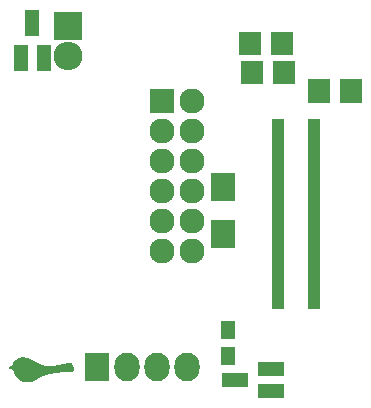
<source format=gts>
G04 #@! TF.FileFunction,Soldermask,Top*
%FSLAX46Y46*%
G04 Gerber Fmt 4.6, Leading zero omitted, Abs format (unit mm)*
G04 Created by KiCad (PCBNEW 4.0.1-stable) date Sunday, February 28, 2016 'AMt' 11:22:30 AM*
%MOMM*%
G01*
G04 APERTURE LIST*
%ADD10C,0.100000*%
%ADD11C,0.010000*%
%ADD12R,1.901140X0.798780*%
%ADD13R,2.127200X2.127200*%
%ADD14O,2.127200X2.127200*%
%ADD15R,2.000000X2.400000*%
%ADD16R,2.432000X2.432000*%
%ADD17O,2.432000X2.432000*%
%ADD18R,2.200860X1.200100*%
%ADD19R,1.200100X2.200860*%
%ADD20R,1.300000X1.600000*%
%ADD21R,2.127200X2.432000*%
%ADD22O,2.127200X2.432000*%
%ADD23R,1.100000X0.600000*%
G04 APERTURE END LIST*
D10*
D11*
G36*
X136594564Y-120162271D02*
X136620508Y-120163488D01*
X136645124Y-120165595D01*
X136669568Y-120168681D01*
X136694999Y-120172837D01*
X136712168Y-120176069D01*
X136737517Y-120181313D01*
X136761699Y-120186924D01*
X136785431Y-120193132D01*
X136809429Y-120200164D01*
X136834412Y-120208250D01*
X136861095Y-120217618D01*
X136890196Y-120228498D01*
X136922433Y-120241118D01*
X136946820Y-120250936D01*
X136979200Y-120264238D01*
X137012073Y-120278047D01*
X137045715Y-120292494D01*
X137080404Y-120307708D01*
X137116417Y-120323820D01*
X137154031Y-120340959D01*
X137193524Y-120359255D01*
X137235172Y-120378839D01*
X137279253Y-120399840D01*
X137326044Y-120422389D01*
X137375822Y-120446615D01*
X137428864Y-120472648D01*
X137485448Y-120500619D01*
X137545850Y-120530657D01*
X137585459Y-120550436D01*
X137641490Y-120578404D01*
X137693559Y-120604279D01*
X137741988Y-120628209D01*
X137787102Y-120650343D01*
X137829224Y-120670830D01*
X137868679Y-120689819D01*
X137905790Y-120707457D01*
X137940881Y-120723895D01*
X137974276Y-120739280D01*
X138006299Y-120753762D01*
X138037273Y-120767489D01*
X138067524Y-120780610D01*
X138097374Y-120793274D01*
X138127148Y-120805629D01*
X138157169Y-120817825D01*
X138187761Y-120830009D01*
X138219249Y-120842331D01*
X138231029Y-120846892D01*
X138247479Y-120853261D01*
X138262757Y-120859205D01*
X138276184Y-120864460D01*
X138287085Y-120868759D01*
X138294780Y-120871837D01*
X138298479Y-120873374D01*
X138305453Y-120876501D01*
X138287374Y-120898146D01*
X138258873Y-120929827D01*
X138226092Y-120961893D01*
X138189528Y-120993967D01*
X138149680Y-121025672D01*
X138107044Y-121056630D01*
X138062117Y-121086464D01*
X138015398Y-121114796D01*
X137967384Y-121141249D01*
X137966143Y-121141898D01*
X137903462Y-121172677D01*
X137836875Y-121201709D01*
X137767059Y-121228797D01*
X137694691Y-121253741D01*
X137620448Y-121276345D01*
X137545008Y-121296410D01*
X137469046Y-121313739D01*
X137393242Y-121328134D01*
X137318271Y-121339396D01*
X137271876Y-121344783D01*
X137258122Y-121345864D01*
X137240842Y-121346713D01*
X137220936Y-121347329D01*
X137199304Y-121347713D01*
X137176847Y-121347865D01*
X137154465Y-121347784D01*
X137133058Y-121347470D01*
X137113527Y-121346924D01*
X137096772Y-121346145D01*
X137083693Y-121345133D01*
X137080771Y-121344803D01*
X137032644Y-121337101D01*
X136988278Y-121326442D01*
X136947693Y-121312833D01*
X136910913Y-121296281D01*
X136877956Y-121276793D01*
X136865357Y-121267808D01*
X136837485Y-121244111D01*
X136813707Y-121217997D01*
X136793783Y-121189136D01*
X136777472Y-121157199D01*
X136769275Y-121136296D01*
X136762956Y-121116987D01*
X136758438Y-121099431D01*
X136755478Y-121082095D01*
X136753830Y-121063448D01*
X136753252Y-121041961D01*
X136753248Y-121035593D01*
X136753385Y-120996576D01*
X136737590Y-120994957D01*
X136721795Y-120993339D01*
X136704736Y-121004946D01*
X136687676Y-121016553D01*
X136686971Y-121039534D01*
X136688042Y-121071744D01*
X136692967Y-121105431D01*
X136701445Y-121139588D01*
X136713179Y-121173208D01*
X136727870Y-121205285D01*
X136744657Y-121233962D01*
X136769193Y-121266774D01*
X136797306Y-121296339D01*
X136828984Y-121322649D01*
X136864212Y-121345697D01*
X136902975Y-121365476D01*
X136945260Y-121381978D01*
X136991051Y-121395197D01*
X137040335Y-121405126D01*
X137093098Y-121411756D01*
X137099165Y-121412288D01*
X137118351Y-121413440D01*
X137141266Y-121414063D01*
X137166833Y-121414181D01*
X137193974Y-121413821D01*
X137221613Y-121413010D01*
X137248672Y-121411773D01*
X137274074Y-121410135D01*
X137296742Y-121408124D01*
X137303696Y-121407353D01*
X137380758Y-121396672D01*
X137458900Y-121382752D01*
X137537359Y-121365807D01*
X137615372Y-121346049D01*
X137692179Y-121323691D01*
X137767018Y-121298945D01*
X137839126Y-121272024D01*
X137907742Y-121243141D01*
X137932519Y-121231800D01*
X137992409Y-121202174D01*
X138049890Y-121170605D01*
X138104644Y-121137323D01*
X138156355Y-121102560D01*
X138204708Y-121066548D01*
X138249385Y-121029519D01*
X138290071Y-120991703D01*
X138326449Y-120953332D01*
X138348167Y-120927539D01*
X138358329Y-120915158D01*
X138365981Y-120906607D01*
X138371308Y-120901697D01*
X138374493Y-120900240D01*
X138374730Y-120900285D01*
X138384725Y-120902780D01*
X138398746Y-120905610D01*
X138416003Y-120908661D01*
X138435705Y-120911818D01*
X138457062Y-120914969D01*
X138479283Y-120917997D01*
X138501576Y-120920789D01*
X138523152Y-120923231D01*
X138543220Y-120925208D01*
X138552762Y-120926012D01*
X138573511Y-120927203D01*
X138596492Y-120927670D01*
X138622009Y-120927395D01*
X138650366Y-120926358D01*
X138681869Y-120924543D01*
X138716823Y-120921929D01*
X138755531Y-120918500D01*
X138798300Y-120914236D01*
X138845433Y-120909119D01*
X138859981Y-120907471D01*
X138927135Y-120899370D01*
X138998732Y-120889916D01*
X139074583Y-120879144D01*
X139154497Y-120867088D01*
X139238283Y-120853784D01*
X139325750Y-120839265D01*
X139416708Y-120823566D01*
X139510966Y-120806722D01*
X139608333Y-120788769D01*
X139708619Y-120769740D01*
X139811632Y-120749670D01*
X139917183Y-120728594D01*
X140025080Y-120706547D01*
X140135133Y-120683564D01*
X140247152Y-120659679D01*
X140360945Y-120634926D01*
X140380352Y-120630657D01*
X140401975Y-120625927D01*
X140422593Y-120621482D01*
X140441624Y-120617445D01*
X140458484Y-120613935D01*
X140472589Y-120611074D01*
X140483356Y-120608982D01*
X140490202Y-120607780D01*
X140491629Y-120607585D01*
X140510403Y-120607642D01*
X140530267Y-120611479D01*
X140549974Y-120618639D01*
X140568279Y-120628666D01*
X140583935Y-120641103D01*
X140584424Y-120641581D01*
X140591801Y-120650057D01*
X140600869Y-120662486D01*
X140611370Y-120678394D01*
X140623044Y-120697306D01*
X140635631Y-120718748D01*
X140648871Y-120742247D01*
X140662504Y-120767328D01*
X140676272Y-120793518D01*
X140689913Y-120820341D01*
X140703169Y-120847324D01*
X140715780Y-120873993D01*
X140727485Y-120899874D01*
X140733472Y-120913666D01*
X140752315Y-120960939D01*
X140767317Y-121005460D01*
X140778473Y-121047204D01*
X140785779Y-121086151D01*
X140789234Y-121122277D01*
X140788833Y-121155560D01*
X140784574Y-121185977D01*
X140776922Y-121212272D01*
X140770352Y-121226166D01*
X140761051Y-121241192D01*
X140750218Y-121255659D01*
X140739050Y-121267874D01*
X140734947Y-121271590D01*
X140724394Y-121279757D01*
X140712999Y-121286968D01*
X140700387Y-121293298D01*
X140686185Y-121298822D01*
X140670021Y-121303616D01*
X140651521Y-121307756D01*
X140630313Y-121311316D01*
X140606022Y-121314373D01*
X140578277Y-121317002D01*
X140546703Y-121319278D01*
X140510928Y-121321277D01*
X140483162Y-121322554D01*
X140469605Y-121323088D01*
X140451894Y-121323715D01*
X140430714Y-121324415D01*
X140406747Y-121325168D01*
X140380677Y-121325951D01*
X140353188Y-121326745D01*
X140324962Y-121327528D01*
X140296684Y-121328281D01*
X140282381Y-121328648D01*
X140209719Y-121330565D01*
X140141484Y-121332528D01*
X140077266Y-121334558D01*
X140016652Y-121336674D01*
X139959233Y-121338897D01*
X139904597Y-121341247D01*
X139852333Y-121343745D01*
X139802031Y-121346410D01*
X139753279Y-121349262D01*
X139705667Y-121352322D01*
X139658783Y-121355611D01*
X139612217Y-121359147D01*
X139565557Y-121362952D01*
X139540943Y-121365059D01*
X139436434Y-121374875D01*
X139335971Y-121385858D01*
X139238873Y-121398149D01*
X139144460Y-121411888D01*
X139052053Y-121427215D01*
X138960972Y-121444270D01*
X138870536Y-121463195D01*
X138780066Y-121484128D01*
X138688882Y-121507210D01*
X138596303Y-121532582D01*
X138501651Y-121560384D01*
X138404245Y-121590757D01*
X138330210Y-121614897D01*
X138291363Y-121627856D01*
X138255412Y-121640038D01*
X138221965Y-121651626D01*
X138190630Y-121662802D01*
X138161014Y-121673748D01*
X138132726Y-121684647D01*
X138105374Y-121695682D01*
X138078565Y-121707035D01*
X138051908Y-121718888D01*
X138025011Y-121731425D01*
X137997481Y-121744827D01*
X137968927Y-121759277D01*
X137938956Y-121774959D01*
X137907176Y-121792053D01*
X137873196Y-121810743D01*
X137836624Y-121831212D01*
X137797066Y-121853641D01*
X137754132Y-121878213D01*
X137709724Y-121903788D01*
X137675306Y-121923624D01*
X137644607Y-121941252D01*
X137617175Y-121956919D01*
X137592562Y-121970873D01*
X137570318Y-121983363D01*
X137549993Y-121994636D01*
X137531136Y-122004941D01*
X137513299Y-122014525D01*
X137496031Y-122023636D01*
X137478882Y-122032523D01*
X137461404Y-122041433D01*
X137446048Y-122049162D01*
X137401259Y-122071051D01*
X137359576Y-122090225D01*
X137320282Y-122106930D01*
X137282658Y-122121415D01*
X137245986Y-122133927D01*
X137209550Y-122144716D01*
X137172629Y-122154028D01*
X137134508Y-122162111D01*
X137101955Y-122167979D01*
X137061308Y-122174412D01*
X137023878Y-122179468D01*
X136988278Y-122183258D01*
X136953120Y-122185896D01*
X136917020Y-122187492D01*
X136878589Y-122188158D01*
X136852171Y-122188149D01*
X136833939Y-122188012D01*
X136816766Y-122187835D01*
X136801402Y-122187630D01*
X136788598Y-122187407D01*
X136779102Y-122187178D01*
X136773667Y-122186955D01*
X136773552Y-122186947D01*
X136711121Y-122180765D01*
X136649537Y-122171409D01*
X136589390Y-122159029D01*
X136531264Y-122143776D01*
X136475747Y-122125800D01*
X136423426Y-122105253D01*
X136383886Y-122086875D01*
X136325028Y-122054716D01*
X136267684Y-122018002D01*
X136211906Y-121976788D01*
X136157747Y-121931130D01*
X136105259Y-121881086D01*
X136054494Y-121826710D01*
X136005504Y-121768060D01*
X135958342Y-121705192D01*
X135913060Y-121638161D01*
X135869710Y-121567024D01*
X135828344Y-121491837D01*
X135825377Y-121486140D01*
X135800001Y-121434703D01*
X135776334Y-121381393D01*
X135754132Y-121325569D01*
X135733147Y-121266594D01*
X135713134Y-121203827D01*
X135701818Y-121165234D01*
X135696630Y-121147002D01*
X135528124Y-121079030D01*
X135501054Y-121068076D01*
X135475329Y-121057600D01*
X135451297Y-121047746D01*
X135429304Y-121038662D01*
X135409699Y-121030491D01*
X135392827Y-121023380D01*
X135379038Y-121017474D01*
X135368676Y-121012918D01*
X135362091Y-121009859D01*
X135359628Y-121008441D01*
X135359619Y-121008409D01*
X135361385Y-121006437D01*
X135366507Y-121001490D01*
X135374724Y-120993808D01*
X135385775Y-120983629D01*
X135399396Y-120971189D01*
X135415327Y-120956728D01*
X135433305Y-120940482D01*
X135453069Y-120922690D01*
X135474357Y-120903590D01*
X135496906Y-120883419D01*
X135514438Y-120867777D01*
X135669257Y-120729794D01*
X135679116Y-120702558D01*
X135698546Y-120654507D01*
X135721344Y-120608631D01*
X135747790Y-120564513D01*
X135778162Y-120521736D01*
X135812739Y-120479883D01*
X135851801Y-120438536D01*
X135863039Y-120427515D01*
X135909198Y-120386250D01*
X135958975Y-120348069D01*
X136012189Y-120313064D01*
X136068659Y-120281324D01*
X136128203Y-120252941D01*
X136190639Y-120228004D01*
X136255785Y-120206605D01*
X136323460Y-120188835D01*
X136355057Y-120181972D01*
X136385501Y-120176050D01*
X136412739Y-120171407D01*
X136438186Y-120167888D01*
X136463256Y-120165335D01*
X136489364Y-120163592D01*
X136517925Y-120162501D01*
X136534067Y-120162143D01*
X136566136Y-120161853D01*
X136594564Y-120162271D01*
X136594564Y-120162271D01*
G37*
X136594564Y-120162271D02*
X136620508Y-120163488D01*
X136645124Y-120165595D01*
X136669568Y-120168681D01*
X136694999Y-120172837D01*
X136712168Y-120176069D01*
X136737517Y-120181313D01*
X136761699Y-120186924D01*
X136785431Y-120193132D01*
X136809429Y-120200164D01*
X136834412Y-120208250D01*
X136861095Y-120217618D01*
X136890196Y-120228498D01*
X136922433Y-120241118D01*
X136946820Y-120250936D01*
X136979200Y-120264238D01*
X137012073Y-120278047D01*
X137045715Y-120292494D01*
X137080404Y-120307708D01*
X137116417Y-120323820D01*
X137154031Y-120340959D01*
X137193524Y-120359255D01*
X137235172Y-120378839D01*
X137279253Y-120399840D01*
X137326044Y-120422389D01*
X137375822Y-120446615D01*
X137428864Y-120472648D01*
X137485448Y-120500619D01*
X137545850Y-120530657D01*
X137585459Y-120550436D01*
X137641490Y-120578404D01*
X137693559Y-120604279D01*
X137741988Y-120628209D01*
X137787102Y-120650343D01*
X137829224Y-120670830D01*
X137868679Y-120689819D01*
X137905790Y-120707457D01*
X137940881Y-120723895D01*
X137974276Y-120739280D01*
X138006299Y-120753762D01*
X138037273Y-120767489D01*
X138067524Y-120780610D01*
X138097374Y-120793274D01*
X138127148Y-120805629D01*
X138157169Y-120817825D01*
X138187761Y-120830009D01*
X138219249Y-120842331D01*
X138231029Y-120846892D01*
X138247479Y-120853261D01*
X138262757Y-120859205D01*
X138276184Y-120864460D01*
X138287085Y-120868759D01*
X138294780Y-120871837D01*
X138298479Y-120873374D01*
X138305453Y-120876501D01*
X138287374Y-120898146D01*
X138258873Y-120929827D01*
X138226092Y-120961893D01*
X138189528Y-120993967D01*
X138149680Y-121025672D01*
X138107044Y-121056630D01*
X138062117Y-121086464D01*
X138015398Y-121114796D01*
X137967384Y-121141249D01*
X137966143Y-121141898D01*
X137903462Y-121172677D01*
X137836875Y-121201709D01*
X137767059Y-121228797D01*
X137694691Y-121253741D01*
X137620448Y-121276345D01*
X137545008Y-121296410D01*
X137469046Y-121313739D01*
X137393242Y-121328134D01*
X137318271Y-121339396D01*
X137271876Y-121344783D01*
X137258122Y-121345864D01*
X137240842Y-121346713D01*
X137220936Y-121347329D01*
X137199304Y-121347713D01*
X137176847Y-121347865D01*
X137154465Y-121347784D01*
X137133058Y-121347470D01*
X137113527Y-121346924D01*
X137096772Y-121346145D01*
X137083693Y-121345133D01*
X137080771Y-121344803D01*
X137032644Y-121337101D01*
X136988278Y-121326442D01*
X136947693Y-121312833D01*
X136910913Y-121296281D01*
X136877956Y-121276793D01*
X136865357Y-121267808D01*
X136837485Y-121244111D01*
X136813707Y-121217997D01*
X136793783Y-121189136D01*
X136777472Y-121157199D01*
X136769275Y-121136296D01*
X136762956Y-121116987D01*
X136758438Y-121099431D01*
X136755478Y-121082095D01*
X136753830Y-121063448D01*
X136753252Y-121041961D01*
X136753248Y-121035593D01*
X136753385Y-120996576D01*
X136737590Y-120994957D01*
X136721795Y-120993339D01*
X136704736Y-121004946D01*
X136687676Y-121016553D01*
X136686971Y-121039534D01*
X136688042Y-121071744D01*
X136692967Y-121105431D01*
X136701445Y-121139588D01*
X136713179Y-121173208D01*
X136727870Y-121205285D01*
X136744657Y-121233962D01*
X136769193Y-121266774D01*
X136797306Y-121296339D01*
X136828984Y-121322649D01*
X136864212Y-121345697D01*
X136902975Y-121365476D01*
X136945260Y-121381978D01*
X136991051Y-121395197D01*
X137040335Y-121405126D01*
X137093098Y-121411756D01*
X137099165Y-121412288D01*
X137118351Y-121413440D01*
X137141266Y-121414063D01*
X137166833Y-121414181D01*
X137193974Y-121413821D01*
X137221613Y-121413010D01*
X137248672Y-121411773D01*
X137274074Y-121410135D01*
X137296742Y-121408124D01*
X137303696Y-121407353D01*
X137380758Y-121396672D01*
X137458900Y-121382752D01*
X137537359Y-121365807D01*
X137615372Y-121346049D01*
X137692179Y-121323691D01*
X137767018Y-121298945D01*
X137839126Y-121272024D01*
X137907742Y-121243141D01*
X137932519Y-121231800D01*
X137992409Y-121202174D01*
X138049890Y-121170605D01*
X138104644Y-121137323D01*
X138156355Y-121102560D01*
X138204708Y-121066548D01*
X138249385Y-121029519D01*
X138290071Y-120991703D01*
X138326449Y-120953332D01*
X138348167Y-120927539D01*
X138358329Y-120915158D01*
X138365981Y-120906607D01*
X138371308Y-120901697D01*
X138374493Y-120900240D01*
X138374730Y-120900285D01*
X138384725Y-120902780D01*
X138398746Y-120905610D01*
X138416003Y-120908661D01*
X138435705Y-120911818D01*
X138457062Y-120914969D01*
X138479283Y-120917997D01*
X138501576Y-120920789D01*
X138523152Y-120923231D01*
X138543220Y-120925208D01*
X138552762Y-120926012D01*
X138573511Y-120927203D01*
X138596492Y-120927670D01*
X138622009Y-120927395D01*
X138650366Y-120926358D01*
X138681869Y-120924543D01*
X138716823Y-120921929D01*
X138755531Y-120918500D01*
X138798300Y-120914236D01*
X138845433Y-120909119D01*
X138859981Y-120907471D01*
X138927135Y-120899370D01*
X138998732Y-120889916D01*
X139074583Y-120879144D01*
X139154497Y-120867088D01*
X139238283Y-120853784D01*
X139325750Y-120839265D01*
X139416708Y-120823566D01*
X139510966Y-120806722D01*
X139608333Y-120788769D01*
X139708619Y-120769740D01*
X139811632Y-120749670D01*
X139917183Y-120728594D01*
X140025080Y-120706547D01*
X140135133Y-120683564D01*
X140247152Y-120659679D01*
X140360945Y-120634926D01*
X140380352Y-120630657D01*
X140401975Y-120625927D01*
X140422593Y-120621482D01*
X140441624Y-120617445D01*
X140458484Y-120613935D01*
X140472589Y-120611074D01*
X140483356Y-120608982D01*
X140490202Y-120607780D01*
X140491629Y-120607585D01*
X140510403Y-120607642D01*
X140530267Y-120611479D01*
X140549974Y-120618639D01*
X140568279Y-120628666D01*
X140583935Y-120641103D01*
X140584424Y-120641581D01*
X140591801Y-120650057D01*
X140600869Y-120662486D01*
X140611370Y-120678394D01*
X140623044Y-120697306D01*
X140635631Y-120718748D01*
X140648871Y-120742247D01*
X140662504Y-120767328D01*
X140676272Y-120793518D01*
X140689913Y-120820341D01*
X140703169Y-120847324D01*
X140715780Y-120873993D01*
X140727485Y-120899874D01*
X140733472Y-120913666D01*
X140752315Y-120960939D01*
X140767317Y-121005460D01*
X140778473Y-121047204D01*
X140785779Y-121086151D01*
X140789234Y-121122277D01*
X140788833Y-121155560D01*
X140784574Y-121185977D01*
X140776922Y-121212272D01*
X140770352Y-121226166D01*
X140761051Y-121241192D01*
X140750218Y-121255659D01*
X140739050Y-121267874D01*
X140734947Y-121271590D01*
X140724394Y-121279757D01*
X140712999Y-121286968D01*
X140700387Y-121293298D01*
X140686185Y-121298822D01*
X140670021Y-121303616D01*
X140651521Y-121307756D01*
X140630313Y-121311316D01*
X140606022Y-121314373D01*
X140578277Y-121317002D01*
X140546703Y-121319278D01*
X140510928Y-121321277D01*
X140483162Y-121322554D01*
X140469605Y-121323088D01*
X140451894Y-121323715D01*
X140430714Y-121324415D01*
X140406747Y-121325168D01*
X140380677Y-121325951D01*
X140353188Y-121326745D01*
X140324962Y-121327528D01*
X140296684Y-121328281D01*
X140282381Y-121328648D01*
X140209719Y-121330565D01*
X140141484Y-121332528D01*
X140077266Y-121334558D01*
X140016652Y-121336674D01*
X139959233Y-121338897D01*
X139904597Y-121341247D01*
X139852333Y-121343745D01*
X139802031Y-121346410D01*
X139753279Y-121349262D01*
X139705667Y-121352322D01*
X139658783Y-121355611D01*
X139612217Y-121359147D01*
X139565557Y-121362952D01*
X139540943Y-121365059D01*
X139436434Y-121374875D01*
X139335971Y-121385858D01*
X139238873Y-121398149D01*
X139144460Y-121411888D01*
X139052053Y-121427215D01*
X138960972Y-121444270D01*
X138870536Y-121463195D01*
X138780066Y-121484128D01*
X138688882Y-121507210D01*
X138596303Y-121532582D01*
X138501651Y-121560384D01*
X138404245Y-121590757D01*
X138330210Y-121614897D01*
X138291363Y-121627856D01*
X138255412Y-121640038D01*
X138221965Y-121651626D01*
X138190630Y-121662802D01*
X138161014Y-121673748D01*
X138132726Y-121684647D01*
X138105374Y-121695682D01*
X138078565Y-121707035D01*
X138051908Y-121718888D01*
X138025011Y-121731425D01*
X137997481Y-121744827D01*
X137968927Y-121759277D01*
X137938956Y-121774959D01*
X137907176Y-121792053D01*
X137873196Y-121810743D01*
X137836624Y-121831212D01*
X137797066Y-121853641D01*
X137754132Y-121878213D01*
X137709724Y-121903788D01*
X137675306Y-121923624D01*
X137644607Y-121941252D01*
X137617175Y-121956919D01*
X137592562Y-121970873D01*
X137570318Y-121983363D01*
X137549993Y-121994636D01*
X137531136Y-122004941D01*
X137513299Y-122014525D01*
X137496031Y-122023636D01*
X137478882Y-122032523D01*
X137461404Y-122041433D01*
X137446048Y-122049162D01*
X137401259Y-122071051D01*
X137359576Y-122090225D01*
X137320282Y-122106930D01*
X137282658Y-122121415D01*
X137245986Y-122133927D01*
X137209550Y-122144716D01*
X137172629Y-122154028D01*
X137134508Y-122162111D01*
X137101955Y-122167979D01*
X137061308Y-122174412D01*
X137023878Y-122179468D01*
X136988278Y-122183258D01*
X136953120Y-122185896D01*
X136917020Y-122187492D01*
X136878589Y-122188158D01*
X136852171Y-122188149D01*
X136833939Y-122188012D01*
X136816766Y-122187835D01*
X136801402Y-122187630D01*
X136788598Y-122187407D01*
X136779102Y-122187178D01*
X136773667Y-122186955D01*
X136773552Y-122186947D01*
X136711121Y-122180765D01*
X136649537Y-122171409D01*
X136589390Y-122159029D01*
X136531264Y-122143776D01*
X136475747Y-122125800D01*
X136423426Y-122105253D01*
X136383886Y-122086875D01*
X136325028Y-122054716D01*
X136267684Y-122018002D01*
X136211906Y-121976788D01*
X136157747Y-121931130D01*
X136105259Y-121881086D01*
X136054494Y-121826710D01*
X136005504Y-121768060D01*
X135958342Y-121705192D01*
X135913060Y-121638161D01*
X135869710Y-121567024D01*
X135828344Y-121491837D01*
X135825377Y-121486140D01*
X135800001Y-121434703D01*
X135776334Y-121381393D01*
X135754132Y-121325569D01*
X135733147Y-121266594D01*
X135713134Y-121203827D01*
X135701818Y-121165234D01*
X135696630Y-121147002D01*
X135528124Y-121079030D01*
X135501054Y-121068076D01*
X135475329Y-121057600D01*
X135451297Y-121047746D01*
X135429304Y-121038662D01*
X135409699Y-121030491D01*
X135392827Y-121023380D01*
X135379038Y-121017474D01*
X135368676Y-121012918D01*
X135362091Y-121009859D01*
X135359628Y-121008441D01*
X135359619Y-121008409D01*
X135361385Y-121006437D01*
X135366507Y-121001490D01*
X135374724Y-120993808D01*
X135385775Y-120983629D01*
X135399396Y-120971189D01*
X135415327Y-120956728D01*
X135433305Y-120940482D01*
X135453069Y-120922690D01*
X135474357Y-120903590D01*
X135496906Y-120883419D01*
X135514438Y-120867777D01*
X135669257Y-120729794D01*
X135679116Y-120702558D01*
X135698546Y-120654507D01*
X135721344Y-120608631D01*
X135747790Y-120564513D01*
X135778162Y-120521736D01*
X135812739Y-120479883D01*
X135851801Y-120438536D01*
X135863039Y-120427515D01*
X135909198Y-120386250D01*
X135958975Y-120348069D01*
X136012189Y-120313064D01*
X136068659Y-120281324D01*
X136128203Y-120252941D01*
X136190639Y-120228004D01*
X136255785Y-120206605D01*
X136323460Y-120188835D01*
X136355057Y-120181972D01*
X136385501Y-120176050D01*
X136412739Y-120171407D01*
X136438186Y-120167888D01*
X136463256Y-120165335D01*
X136489364Y-120163592D01*
X136517925Y-120162501D01*
X136534067Y-120162143D01*
X136566136Y-120161853D01*
X136594564Y-120162271D01*
D12*
X158461920Y-94250000D03*
X158461920Y-93599760D03*
X158461920Y-92949520D03*
X155800000Y-92949520D03*
X155800000Y-93599760D03*
X155800000Y-94250000D03*
X164300000Y-98250000D03*
X164300000Y-97599760D03*
X164300000Y-96949520D03*
X161638080Y-96949520D03*
X161638080Y-97599760D03*
X161638080Y-98250000D03*
X158611920Y-96700000D03*
X158611920Y-96049760D03*
X158611920Y-95399520D03*
X155950000Y-95399520D03*
X155950000Y-96049760D03*
X155950000Y-96700000D03*
D13*
X148360000Y-98440000D03*
D14*
X150900000Y-98440000D03*
X148360000Y-100980000D03*
X150900000Y-100980000D03*
X148360000Y-103520000D03*
X150900000Y-103520000D03*
X148360000Y-106060000D03*
X150900000Y-106060000D03*
X148360000Y-108600000D03*
X150900000Y-108600000D03*
X148360000Y-111140000D03*
X150900000Y-111140000D03*
D15*
X153525000Y-109750000D03*
X153525000Y-105750000D03*
D16*
X140375000Y-92085000D03*
D17*
X140375000Y-94625000D03*
D18*
X157525000Y-123025000D03*
X157525000Y-121125000D03*
X154522720Y-122075000D03*
D19*
X136400000Y-94826140D03*
X138300000Y-94826140D03*
X137350000Y-91823860D03*
D20*
X153950000Y-117850000D03*
X153950000Y-120050000D03*
D21*
X142800000Y-121000000D03*
D22*
X145340000Y-121000000D03*
X147880000Y-121000000D03*
X150420000Y-121000000D03*
D23*
X161190000Y-100200000D03*
X161190000Y-100600000D03*
X161190000Y-101000000D03*
X161190000Y-101400000D03*
X161190000Y-101800000D03*
X161190000Y-102200000D03*
X161190000Y-102600000D03*
X161190000Y-103000000D03*
X161190000Y-103400000D03*
X161190000Y-103800000D03*
X161190000Y-107800000D03*
X161190000Y-107400000D03*
X161190000Y-107000000D03*
X161190000Y-106600000D03*
X161190000Y-106200000D03*
X161190000Y-105800000D03*
X161190000Y-105400000D03*
X161190000Y-105000000D03*
X161190000Y-104600000D03*
X161190000Y-104200000D03*
X161190000Y-108200000D03*
X161190000Y-108600000D03*
X161190000Y-109000000D03*
X161190000Y-109400000D03*
X161190000Y-109800000D03*
X161190000Y-110200000D03*
X161190000Y-110600000D03*
X161190000Y-111000000D03*
X161190000Y-111400000D03*
X161190000Y-111800000D03*
X161190000Y-115800000D03*
X161190000Y-115400000D03*
X161190000Y-115000000D03*
X161190000Y-114600000D03*
X161190000Y-114200000D03*
X161190000Y-113800000D03*
X161190000Y-113400000D03*
X161190000Y-113000000D03*
X161190000Y-112600000D03*
X161190000Y-112200000D03*
X158110000Y-112200000D03*
X158110000Y-112600000D03*
X158110000Y-113000000D03*
X158110000Y-113400000D03*
X158110000Y-113800000D03*
X158110000Y-114200000D03*
X158110000Y-114600000D03*
X158110000Y-115000000D03*
X158110000Y-115400000D03*
X158110000Y-115800000D03*
X158110000Y-111800000D03*
X158110000Y-111400000D03*
X158110000Y-111000000D03*
X158110000Y-110600000D03*
X158110000Y-110200000D03*
X158110000Y-109800000D03*
X158110000Y-109400000D03*
X158110000Y-109000000D03*
X158110000Y-108600000D03*
X158110000Y-108200000D03*
X158110000Y-104200000D03*
X158110000Y-104600000D03*
X158110000Y-105000000D03*
X158110000Y-105400000D03*
X158110000Y-105800000D03*
X158110000Y-106200000D03*
X158110000Y-106600000D03*
X158110000Y-107000000D03*
X158110000Y-107400000D03*
X158110000Y-107800000D03*
X158110000Y-103800000D03*
X158110000Y-103400000D03*
X158110000Y-103000000D03*
X158110000Y-102600000D03*
X158110000Y-102200000D03*
X158110000Y-101800000D03*
X158110000Y-101400000D03*
X158110000Y-101000000D03*
X158110000Y-100600000D03*
X158110000Y-100200000D03*
M02*

</source>
